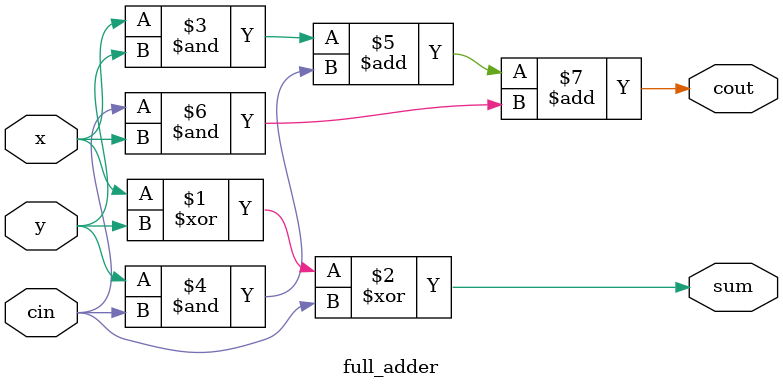
<source format=v>
module top_module (
    input [3:0] x,
    input [3:0] y, 
    output [4:0] sum);
    wire cout0,cout1,cout2;
    full_adder first(.x(x[0]),.y(y[0]),.cin(),.cout(cout0),.sum(sum[0]));
    full_adder second(.x(x[1]),.y(y[1]),.cin(cout0),.cout(cout1),.sum(sum[1]));
    full_adder third(.x(x[2]),.y(y[2]),.cin(cout1),.cout(cout2),.sum(sum[2]));
    full_adder fourth(.x(x[3]),.y(y[3]),.cin(cout2),.cout(sum[4]),.sum(sum[3]));
endmodule
module full_adder(input x,y,cin,output sum,cout);
    assign sum = x^y^cin;
    assign cout=(x&y)+(y&cin)+(cin&x);
endmodule

</source>
